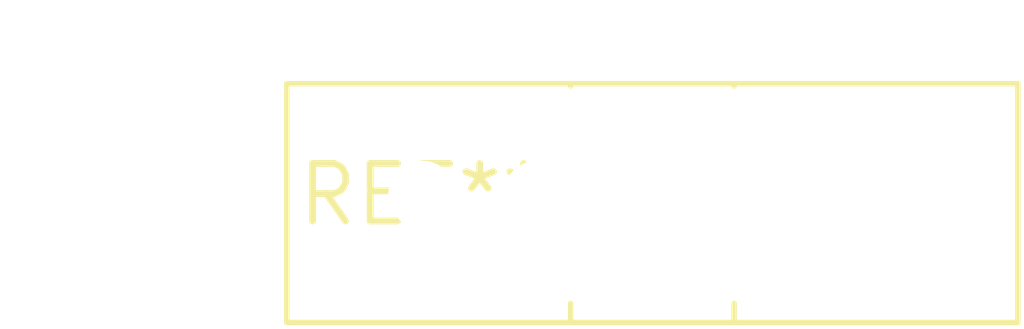
<source format=kicad_pcb>
(kicad_pcb (version 20240108) (generator pcbnew)
  (layers (0 "F.Cu" signal) (31 "B.Cu" signal) (34 "B.Paste" user) (35 "F.Paste" user) (36 "B.SilkS" user "B.Silkscreen") (37 "F.SilkS" user "F.Silkscreen") (38 "B.Mask" user) (39 "F.Mask" user) (44 "Edge.Cuts" user))
  (net 0 "")
  (footprint "TO-247-5_Vertical" (layer "F.Cu") (at 0 0)
    (property "Reference" "REF**")
    (property "Value" "TO-247-5_Vertical")
    (fp_line (start -2.99 -2.451) (end -2.99 2.82) (layer "F.SilkS") (stroke (width 0.12)))
    (fp_line (start -2.99 -2.451) (end 13.15 -2.451) (layer "F.SilkS") (stroke (width 0.12)))
    (fp_line (start -2.99 2.82) (end 13.15 2.82) (layer "F.SilkS") (stroke (width 0.12)))
    (fp_line (start 3.276 -2.451) (end 3.276 -2.4) (layer "F.SilkS") (stroke (width 0.12)))
    (fp_line (start 3.276 2.4) (end 3.276 2.82) (layer "F.SilkS") (stroke (width 0.12)))
    (fp_line (start 6.885 -2.451) (end 6.885 -2.4) (layer "F.SilkS") (stroke (width 0.12)))
    (fp_line (start 6.885 2.4) (end 6.885 2.82) (layer "F.SilkS") (stroke (width 0.12)))
    (fp_line (start 13.15 -2.451) (end 13.15 2.82) (layer "F.SilkS") (stroke (width 0.12)))
    (pad "1" thru_hole rect (at 0 0) (size 1.905 4.5) (drill 1.5) (layers *.Cu *.Mask) (remove_unused_layers))
    (pad "2" thru_hole oval (at 2.54 0) (size 1.905 4.5) (drill 1.5) (layers *.Cu *.Mask) (remove_unused_layers))
    (pad "3" thru_hole oval (at 5.08 0) (size 1.905 4.5) (drill 1.5) (layers *.Cu *.Mask) (remove_unused_layers))
    (pad "4" thru_hole oval (at 7.62 0) (size 1.905 4.5) (drill 1.5) (layers *.Cu *.Mask) (remove_unused_layers))
    (pad "5" thru_hole oval (at 10.16 0) (size 1.905 4.5) (drill 1.5) (layers *.Cu *.Mask) (remove_unused_layers))
  )
)
</source>
